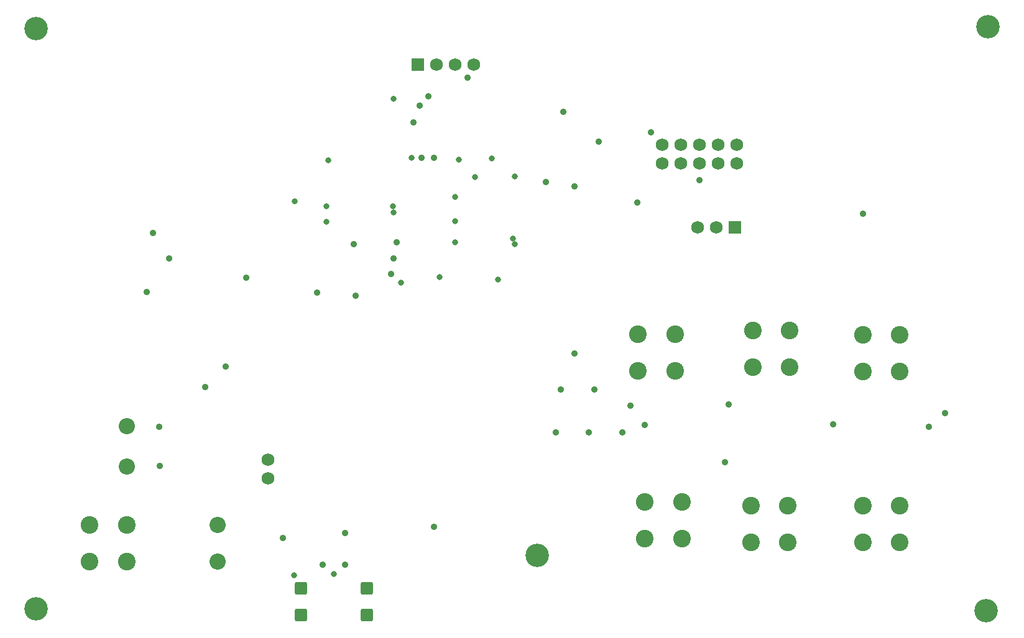
<source format=gbs>
G04*
G04 #@! TF.GenerationSoftware,Altium Limited,CircuitMaker,2.3.0 (2.3.0.3)*
G04*
G04 Layer_Color=8150272*
%FSLAX25Y25*%
%MOIN*%
G70*
G04*
G04 #@! TF.SameCoordinates,2CE33893-7A16-41D8-AC82-33CA6B9F0197*
G04*
G04*
G04 #@! TF.FilePolarity,Negative*
G04*
G01*
G75*
%ADD78C,0.06800*%
%ADD79R,0.06800X0.06800*%
%ADD80C,0.12611*%
%ADD81C,0.09461*%
G04:AMPARAMS|DCode=82|XSize=68mil|YSize=68mil|CornerRadius=11.5mil|HoleSize=0mil|Usage=FLASHONLY|Rotation=0.000|XOffset=0mil|YOffset=0mil|HoleType=Round|Shape=RoundedRectangle|*
%AMROUNDEDRECTD82*
21,1,0.06800,0.04500,0,0,0.0*
21,1,0.04500,0.06800,0,0,0.0*
1,1,0.02300,0.02250,-0.02250*
1,1,0.02300,-0.02250,-0.02250*
1,1,0.02300,-0.02250,0.02250*
1,1,0.02300,0.02250,0.02250*
%
%ADD82ROUNDEDRECTD82*%
%ADD83C,0.08674*%
%ADD84C,0.03162*%
%ADD85C,0.03600*%
D78*
X372500Y-114500D02*
D03*
X362500D02*
D03*
X242500Y-27000D02*
D03*
X232500D02*
D03*
X222500D02*
D03*
X343500Y-80000D02*
D03*
Y-70000D02*
D03*
X353500Y-80000D02*
D03*
Y-70000D02*
D03*
X363500Y-80000D02*
D03*
Y-70000D02*
D03*
X373500Y-80000D02*
D03*
Y-70000D02*
D03*
X383500Y-80000D02*
D03*
Y-70000D02*
D03*
X132000Y-249000D02*
D03*
Y-239000D02*
D03*
D79*
X382500Y-114500D02*
D03*
X212500Y-27000D02*
D03*
D80*
X7874Y-7874D02*
D03*
X518126Y-6874D02*
D03*
X517126Y-320126D02*
D03*
X7874Y-319126D02*
D03*
X276500Y-290500D02*
D03*
D81*
X56343Y-274158D02*
D03*
X36658D02*
D03*
Y-293843D02*
D03*
X56343D02*
D03*
X470685Y-283500D02*
D03*
X451000D02*
D03*
Y-263815D02*
D03*
X470685D02*
D03*
X470843Y-191842D02*
D03*
X451158D02*
D03*
Y-172158D02*
D03*
X470843D02*
D03*
X410843Y-283343D02*
D03*
X391158D02*
D03*
Y-263657D02*
D03*
X410843D02*
D03*
X334315Y-261815D02*
D03*
X354000D02*
D03*
Y-281500D02*
D03*
X334315D02*
D03*
X392000Y-169815D02*
D03*
X411685D02*
D03*
Y-189500D02*
D03*
X392000D02*
D03*
X350342Y-191342D02*
D03*
X330658D02*
D03*
Y-171658D02*
D03*
X350342D02*
D03*
D82*
X185287Y-322500D02*
D03*
X149713D02*
D03*
X185295Y-308039D02*
D03*
X149705D02*
D03*
D83*
X105000Y-274158D02*
D03*
Y-293843D02*
D03*
X56500Y-221209D02*
D03*
Y-242862D02*
D03*
D84*
X146000Y-301000D02*
D03*
X167500Y-300500D02*
D03*
X232500Y-122500D02*
D03*
Y-111000D02*
D03*
Y-98000D02*
D03*
X243000Y-87500D02*
D03*
X209000Y-77000D02*
D03*
X146500Y-100500D02*
D03*
X163500Y-103000D02*
D03*
Y-111500D02*
D03*
X203500Y-144000D02*
D03*
X224000Y-141000D02*
D03*
X255500Y-142500D02*
D03*
X264500Y-123500D02*
D03*
X263500Y-120500D02*
D03*
X264500Y-87000D02*
D03*
X252000Y-77500D02*
D03*
X234500Y-78000D02*
D03*
X164500Y-78500D02*
D03*
X199500Y-45500D02*
D03*
X199000Y-103000D02*
D03*
X199500Y-106500D02*
D03*
D85*
X161500Y-295500D02*
D03*
X173438Y-295563D02*
D03*
X198000Y-139500D02*
D03*
X199500Y-131000D02*
D03*
X337500Y-63500D02*
D03*
X290500Y-52500D02*
D03*
X451000Y-107000D02*
D03*
X486500Y-221500D02*
D03*
X334000Y-220500D02*
D03*
X307000Y-201500D02*
D03*
X281000Y-90000D02*
D03*
X309500Y-68500D02*
D03*
X363500Y-89000D02*
D03*
X221000Y-77000D02*
D03*
X330000Y-101000D02*
D03*
X214500Y-77000D02*
D03*
X201000Y-122500D02*
D03*
X158500Y-149500D02*
D03*
X179000Y-151000D02*
D03*
X70500Y-117500D02*
D03*
X79000Y-131000D02*
D03*
X109500Y-189000D02*
D03*
X67000Y-149000D02*
D03*
X120500Y-141500D02*
D03*
X218000Y-44000D02*
D03*
X98500Y-200000D02*
D03*
X239000Y-34000D02*
D03*
X178000Y-123500D02*
D03*
X213500Y-49000D02*
D03*
X73744Y-221351D02*
D03*
X74000Y-242500D02*
D03*
X296500Y-92500D02*
D03*
X210114Y-58114D02*
D03*
X495000Y-214000D02*
D03*
X296500Y-182000D02*
D03*
X322000Y-224500D02*
D03*
X304000D02*
D03*
X286500D02*
D03*
X377000Y-240500D02*
D03*
X289000Y-201500D02*
D03*
X435000Y-220000D02*
D03*
X379000Y-209500D02*
D03*
X326500Y-210000D02*
D03*
X221000Y-275000D02*
D03*
X173500Y-278500D02*
D03*
X140000Y-281000D02*
D03*
M02*

</source>
